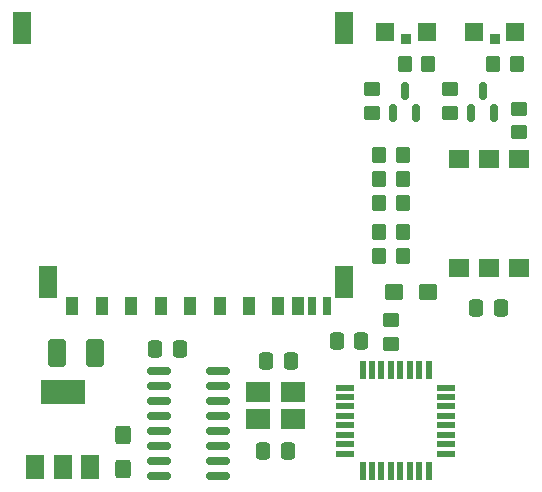
<source format=gbr>
%TF.GenerationSoftware,KiCad,Pcbnew,7.0.8*%
%TF.CreationDate,2023-11-03T15:22:21-05:00*%
%TF.ProjectId,tapecart-sd-vertical,74617065-6361-4727-942d-73642d766572,rev?*%
%TF.SameCoordinates,Original*%
%TF.FileFunction,Paste,Top*%
%TF.FilePolarity,Positive*%
%FSLAX46Y46*%
G04 Gerber Fmt 4.6, Leading zero omitted, Abs format (unit mm)*
G04 Created by KiCad (PCBNEW 7.0.8) date 2023-11-03 15:22:21*
%MOMM*%
%LPD*%
G01*
G04 APERTURE LIST*
G04 Aperture macros list*
%AMRoundRect*
0 Rectangle with rounded corners*
0 $1 Rounding radius*
0 $2 $3 $4 $5 $6 $7 $8 $9 X,Y pos of 4 corners*
0 Add a 4 corners polygon primitive as box body*
4,1,4,$2,$3,$4,$5,$6,$7,$8,$9,$2,$3,0*
0 Add four circle primitives for the rounded corners*
1,1,$1+$1,$2,$3*
1,1,$1+$1,$4,$5*
1,1,$1+$1,$6,$7*
1,1,$1+$1,$8,$9*
0 Add four rect primitives between the rounded corners*
20,1,$1+$1,$2,$3,$4,$5,0*
20,1,$1+$1,$4,$5,$6,$7,0*
20,1,$1+$1,$6,$7,$8,$9,0*
20,1,$1+$1,$8,$9,$2,$3,0*%
G04 Aperture macros list end*
%ADD10R,1.600000X0.550000*%
%ADD11R,0.550000X1.600000*%
%ADD12RoundRect,0.250000X0.425000X-0.537500X0.425000X0.537500X-0.425000X0.537500X-0.425000X-0.537500X0*%
%ADD13RoundRect,0.150000X0.150000X-0.587500X0.150000X0.587500X-0.150000X0.587500X-0.150000X-0.587500X0*%
%ADD14RoundRect,0.250000X0.350000X0.450000X-0.350000X0.450000X-0.350000X-0.450000X0.350000X-0.450000X0*%
%ADD15RoundRect,0.250000X0.337500X0.475000X-0.337500X0.475000X-0.337500X-0.475000X0.337500X-0.475000X0*%
%ADD16RoundRect,0.250000X-0.450000X0.350000X-0.450000X-0.350000X0.450000X-0.350000X0.450000X0.350000X0*%
%ADD17R,0.900000X0.900000*%
%ADD18R,1.500000X1.500000*%
%ADD19R,2.100000X1.800000*%
%ADD20R,1.000000X1.500000*%
%ADD21R,0.700000X1.500000*%
%ADD22R,1.500000X2.800000*%
%ADD23RoundRect,0.250000X-0.537500X-0.425000X0.537500X-0.425000X0.537500X0.425000X-0.537500X0.425000X0*%
%ADD24RoundRect,0.250001X0.499999X0.924999X-0.499999X0.924999X-0.499999X-0.924999X0.499999X-0.924999X0*%
%ADD25R,1.780000X1.520000*%
%ADD26R,1.500000X2.000000*%
%ADD27R,3.800000X2.000000*%
%ADD28RoundRect,0.150000X-0.825000X-0.150000X0.825000X-0.150000X0.825000X0.150000X-0.825000X0.150000X0*%
G04 APERTURE END LIST*
D10*
%TO.C,U1*%
X162755000Y-115056000D03*
X162755000Y-115856000D03*
X162755000Y-116656000D03*
X162755000Y-117456000D03*
X162755000Y-118256000D03*
X162755000Y-119056000D03*
X162755000Y-119856000D03*
X162755000Y-120656000D03*
D11*
X164205000Y-122106000D03*
X165005000Y-122106000D03*
X165805000Y-122106000D03*
X166605000Y-122106000D03*
X167405000Y-122106000D03*
X168205000Y-122106000D03*
X169005000Y-122106000D03*
X169805000Y-122106000D03*
D10*
X171255000Y-120656000D03*
X171255000Y-119856000D03*
X171255000Y-119056000D03*
X171255000Y-118256000D03*
X171255000Y-117456000D03*
X171255000Y-116656000D03*
X171255000Y-115856000D03*
X171255000Y-115056000D03*
D11*
X169805000Y-113606000D03*
X169005000Y-113606000D03*
X168205000Y-113606000D03*
X167405000Y-113606000D03*
X166605000Y-113606000D03*
X165805000Y-113606000D03*
X165005000Y-113606000D03*
X164205000Y-113606000D03*
%TD*%
D12*
%TO.C,C7*%
X143891000Y-121960500D03*
X143891000Y-119085500D03*
%TD*%
D13*
%TO.C,Q2*%
X173421000Y-91791000D03*
X175321000Y-91791000D03*
X174371000Y-89916000D03*
%TD*%
D14*
%TO.C,R9*%
X167624000Y-101854000D03*
X165624000Y-101854000D03*
%TD*%
D15*
%TO.C,C6*%
X148738500Y-111760000D03*
X146663500Y-111760000D03*
%TD*%
D16*
%TO.C,R2*%
X164973000Y-89805000D03*
X164973000Y-91805000D03*
%TD*%
D14*
%TO.C,R4*%
X169783000Y-87630000D03*
X167783000Y-87630000D03*
%TD*%
%TO.C,R11*%
X167624000Y-95377000D03*
X165624000Y-95377000D03*
%TD*%
D17*
%TO.C,D1*%
X167894000Y-85513000D03*
D18*
X169644000Y-84963000D03*
X166144000Y-84963000D03*
%TD*%
D15*
%TO.C,C2*%
X158136500Y-112776000D03*
X156061500Y-112776000D03*
%TD*%
D14*
%TO.C,R5*%
X177276000Y-87630000D03*
X175276000Y-87630000D03*
%TD*%
D16*
%TO.C,R1*%
X166624000Y-109347000D03*
X166624000Y-111347000D03*
%TD*%
D13*
%TO.C,Q1*%
X166817000Y-91791000D03*
X168717000Y-91791000D03*
X167767000Y-89916000D03*
%TD*%
D19*
%TO.C,Y1*%
X155395000Y-117736000D03*
X158295000Y-117736000D03*
X158295000Y-115436000D03*
X155395000Y-115436000D03*
%TD*%
D14*
%TO.C,R8*%
X167624000Y-99441000D03*
X165624000Y-99441000D03*
%TD*%
D20*
%TO.C,J3*%
X142131000Y-108146000D03*
X144631000Y-108146000D03*
X147131000Y-108146000D03*
X149631000Y-108146000D03*
X152131000Y-108146000D03*
X154631000Y-108146000D03*
X157061000Y-108146000D03*
X158761000Y-108146000D03*
X139631000Y-108146000D03*
D21*
X159961000Y-108146000D03*
X161161000Y-108146000D03*
D22*
X162656000Y-84646000D03*
X135356000Y-84646000D03*
X162656000Y-106146000D03*
X137556000Y-106146000D03*
%TD*%
D23*
%TO.C,C5*%
X166837500Y-106934000D03*
X169712500Y-106934000D03*
%TD*%
D14*
%TO.C,R7*%
X167624000Y-97409000D03*
X165624000Y-97409000D03*
%TD*%
D16*
%TO.C,R6*%
X177419000Y-91456000D03*
X177419000Y-93456000D03*
%TD*%
D24*
%TO.C,C8*%
X141579000Y-112141000D03*
X138329000Y-112141000D03*
%TD*%
D15*
%TO.C,C1*%
X175916500Y-108331000D03*
X173841500Y-108331000D03*
%TD*%
D16*
%TO.C,R3*%
X171577000Y-89805000D03*
X171577000Y-91805000D03*
%TD*%
D14*
%TO.C,R10*%
X167624000Y-103886000D03*
X165624000Y-103886000D03*
%TD*%
D17*
%TO.C,D2*%
X175387000Y-85513000D03*
D18*
X177137000Y-84963000D03*
X173637000Y-84963000D03*
%TD*%
D25*
%TO.C,OK1*%
X177419000Y-95685000D03*
X174879000Y-95685000D03*
X172339000Y-95685000D03*
X172339000Y-104975000D03*
X174879000Y-104975000D03*
X177419000Y-104975000D03*
%TD*%
D15*
%TO.C,C3*%
X157882500Y-120396000D03*
X155807500Y-120396000D03*
%TD*%
%TO.C,C4*%
X164105500Y-111125000D03*
X162030500Y-111125000D03*
%TD*%
D26*
%TO.C,U3*%
X136511000Y-121768000D03*
X138811000Y-121768000D03*
D27*
X138811000Y-115468000D03*
D26*
X141111000Y-121768000D03*
%TD*%
D28*
%TO.C,U2*%
X147004000Y-113665000D03*
X147004000Y-114935000D03*
X147004000Y-116205000D03*
X147004000Y-117475000D03*
X147004000Y-118745000D03*
X147004000Y-120015000D03*
X147004000Y-121285000D03*
X147004000Y-122555000D03*
X151954000Y-122555000D03*
X151954000Y-121285000D03*
X151954000Y-120015000D03*
X151954000Y-118745000D03*
X151954000Y-117475000D03*
X151954000Y-116205000D03*
X151954000Y-114935000D03*
X151954000Y-113665000D03*
%TD*%
M02*

</source>
